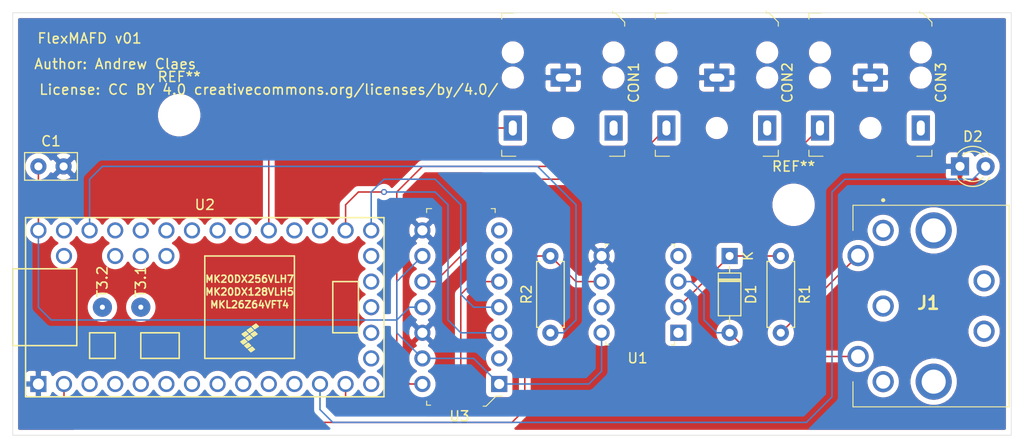
<source format=kicad_pcb>
(kicad_pcb (version 20171130) (host pcbnew "(5.1.8-0-10_14)")
  (layers (0 F.Cu signal) (31 B.Cu signal) (34 B.Paste user hide) (35 F.Paste user hide) (36 B.SilkS user) (37 F.SilkS user) (38 B.Mask user hide) (39 F.Mask user hide) (44 Edge.Cuts user))
  (net 0 "")
  (net 1 "Net-(C1-Pad1)")
  (net 2 Earth)
  (net 3 "Net-(CON1-Pad3)")
  (net 4 "Net-(CON1-Pad2)")
  (net 5 "Net-(CON2-Pad2)")
  (net 6 "Net-(CON2-Pad3)")
  (net 7 "Net-(CON3-Pad3)")
  (net 8 "Net-(CON3-Pad2)")
  (net 9 "Net-(D1-Pad1)")
  (net 10 "Net-(D1-Pad2)")
  (net 11 "Net-(D2-Pad2)")
  (net 12 "Net-(J1-Pad1)")
  (net 13 "Net-(J1-Pad2)")
  (net 14 "Net-(J1-Pad3)")
  (net 15 "Net-(J1-Pad4)")
  (net 16 "Net-(J1-Pad6)")
  (net 17 "Net-(J1-Pad7)")
  (net 18 "Net-(J1-PadMH1)")
  (net 19 "Net-(J1-PadMH2)")
  (net 20 "Net-(R2-Pad2)")
  (net 21 "Net-(R2-Pad1)")
  (net 22 "Net-(U1-Pad1)")
  (net 23 "Net-(U1-Pad4)")
  (net 24 "Net-(U1-Pad7)")
  (net 25 "Net-(U2-Pad17)")
  (net 26 "Net-(U2-Pad18)")
  (net 27 "Net-(U2-Pad19)")
  (net 28 "Net-(U2-Pad20)")
  (net 29 "Net-(U2-Pad16)")
  (net 30 "Net-(U2-Pad15)")
  (net 31 "Net-(U2-Pad14)")
  (net 32 "Net-(U2-Pad21)")
  (net 33 "Net-(U2-Pad22)")
  (net 34 "Net-(U2-Pad23)")
  (net 35 "Net-(U2-Pad25)")
  (net 36 "Net-(U2-Pad26)")
  (net 37 "Net-(U2-Pad27)")
  (net 38 "Net-(U2-Pad28)")
  (net 39 "Net-(U2-Pad29)")
  (net 40 "Net-(U2-Pad30)")
  (net 41 "Net-(U2-Pad32)")
  (net 42 "Net-(U2-Pad34)")
  (net 43 "Net-(U2-Pad35)")
  (net 44 "Net-(U2-Pad36)")
  (net 45 "Net-(U2-Pad37)")
  (net 46 "Net-(U2-Pad13)")
  (net 47 "Net-(U2-Pad11)")
  (net 48 "Net-(U2-Pad10)")
  (net 49 "Net-(U2-Pad9)")
  (net 50 "Net-(U2-Pad8)")
  (net 51 "Net-(U2-Pad7)")
  (net 52 "Net-(U2-Pad6)")
  (net 53 "Net-(U2-Pad5)")
  (net 54 "Net-(U2-Pad4)")
  (net 55 "Net-(U2-Pad3)")
  (net 56 "Net-(U3-Pad2)")
  (net 57 "Net-(U3-Pad6)")
  (net 58 "Net-(U3-Pad7)")
  (module Capacitor_THT:C_Disc_D5.0mm_W2.5mm_P2.50mm (layer F.Cu) (at 29.21 59.69)
    (fp_text reference C1 (at 1.25 -2.5) (layer F.SilkS))
    (fp_text value 0.1uF)
    (fp_line (start -1.37 -1.37) (end 3.87 -1.37) (layer F.SilkS) (width 0.12))
    (fp_line (start -1.37 1.37) (end 3.87 1.37) (layer F.SilkS) (width 0.12))
    (fp_line (start -1.37 -1.37) (end -1.37 1.37) (layer F.SilkS) (width 0.12))
    (fp_line (start 3.87 -1.37) (end 3.87 1.37) (layer F.SilkS) (width 0.12))
    (pad 1 thru_hole circle (at 0 0) (size 1.6 1.6) (drill 0.8) (layers *.Cu *.Mask) (net 1 "Net-(C1-Pad1)"))
    (pad 2 thru_hole circle (at 2.5 0) (size 1.6 1.6) (drill 0.8) (layers *.Cu *.Mask) (net 2 Earth))
  )
  (module digikey-footprints:Headphone_Jack_3.5mm_SJ1-3523N (layer F.Cu) (at 81.28 55.88 270)
    (fp_text reference CON1 (at -4.5 -7 270) (layer F.SilkS))
    (fp_text value SJ1-3523N)
    (fp_line (start -10.8 6.1) (end -11.4 6.1) (layer F.SilkS) (width 0.1))
    (fp_line (start -11.4 6.1) (end -11.4 4.9) (layer F.SilkS) (width 0.1))
    (fp_line (start 2.2 6.1) (end 2.8 6.1) (layer F.SilkS) (width 0.1))
    (fp_line (start 2.8 6.1) (end 2.8 4.7) (layer F.SilkS) (width 0.1))
    (fp_line (start 2.2 -6.1) (end 2.8 -6.1) (layer F.SilkS) (width 0.1))
    (fp_line (start 2.8 -6.1) (end 2.8 -4.6) (layer F.SilkS) (width 0.1))
    (fp_line (start -10.1 -6.1) (end -10.5 -6.1) (layer F.SilkS) (width 0.1))
    (fp_line (start -10.5 -6.1) (end -11.4 -5.2) (layer F.SilkS) (width 0.1))
    (fp_line (start -11.4 -5.2) (end -11.4 -4.9) (layer F.SilkS) (width 0.1))
    (fp_line (start -11.4 -4.9) (end -11.6 -4.9) (layer F.SilkS) (width 0.1))
    (pad 3 thru_hole rect (at 0 -5 270) (size 2.5 1.8) (drill oval 1.5 0.8) (layers *.Cu *.Mask) (net 3 "Net-(CON1-Pad3)"))
    (pad 2 thru_hole rect (at 0 5 270) (size 2.5 1.8) (drill oval 1.5 0.8) (layers *.Cu *.Mask) (net 4 "Net-(CON1-Pad2)"))
    (pad 1 thru_hole rect (at -5 0 270) (size 1.8 2.5) (drill oval 0.8 1.5) (layers *.Cu *.Mask) (net 2 Earth))
    (pad "" np_thru_hole circle (at 0 0 270) (size 1.2 1.2) (drill 1.2) (layers *.Cu *.Mask))
    (pad "" np_thru_hole circle (at -5 -5 270) (size 1.2 1.2) (drill 1.2) (layers *.Cu *.Mask))
    (pad "" np_thru_hole circle (at -7.5 -5 270) (size 1.2 1.2) (drill 1.2) (layers *.Cu *.Mask))
    (pad "" np_thru_hole circle (at -5 5 270) (size 1.2 1.2) (drill 1.2) (layers *.Cu *.Mask))
    (pad "" np_thru_hole circle (at -7.5 5 270) (size 1.2 1.2) (drill 1.2) (layers *.Cu *.Mask))
  )
  (module digikey-footprints:Headphone_Jack_3.5mm_SJ1-3523N (layer F.Cu) (at 96.52 55.88 270)
    (fp_text reference CON2 (at -4.5 -7 270) (layer F.SilkS))
    (fp_text value SJ1-3523N)
    (fp_line (start -11.4 -4.9) (end -11.6 -4.9) (layer F.SilkS) (width 0.1))
    (fp_line (start -11.4 -5.2) (end -11.4 -4.9) (layer F.SilkS) (width 0.1))
    (fp_line (start -10.5 -6.1) (end -11.4 -5.2) (layer F.SilkS) (width 0.1))
    (fp_line (start -10.1 -6.1) (end -10.5 -6.1) (layer F.SilkS) (width 0.1))
    (fp_line (start 2.8 -6.1) (end 2.8 -4.6) (layer F.SilkS) (width 0.1))
    (fp_line (start 2.2 -6.1) (end 2.8 -6.1) (layer F.SilkS) (width 0.1))
    (fp_line (start 2.8 6.1) (end 2.8 4.7) (layer F.SilkS) (width 0.1))
    (fp_line (start 2.2 6.1) (end 2.8 6.1) (layer F.SilkS) (width 0.1))
    (fp_line (start -11.4 6.1) (end -11.4 4.9) (layer F.SilkS) (width 0.1))
    (fp_line (start -10.8 6.1) (end -11.4 6.1) (layer F.SilkS) (width 0.1))
    (pad "" np_thru_hole circle (at -7.5 5 270) (size 1.2 1.2) (drill 1.2) (layers *.Cu *.Mask))
    (pad "" np_thru_hole circle (at -5 5 270) (size 1.2 1.2) (drill 1.2) (layers *.Cu *.Mask))
    (pad "" np_thru_hole circle (at -7.5 -5 270) (size 1.2 1.2) (drill 1.2) (layers *.Cu *.Mask))
    (pad "" np_thru_hole circle (at -5 -5 270) (size 1.2 1.2) (drill 1.2) (layers *.Cu *.Mask))
    (pad "" np_thru_hole circle (at 0 0 270) (size 1.2 1.2) (drill 1.2) (layers *.Cu *.Mask))
    (pad 1 thru_hole rect (at -5 0 270) (size 1.8 2.5) (drill oval 0.8 1.5) (layers *.Cu *.Mask) (net 2 Earth))
    (pad 2 thru_hole rect (at 0 5 270) (size 2.5 1.8) (drill oval 1.5 0.8) (layers *.Cu *.Mask) (net 5 "Net-(CON2-Pad2)"))
    (pad 3 thru_hole rect (at 0 -5 270) (size 2.5 1.8) (drill oval 1.5 0.8) (layers *.Cu *.Mask) (net 6 "Net-(CON2-Pad3)"))
  )
  (module digikey-footprints:Headphone_Jack_3.5mm_SJ1-3523N (layer F.Cu) (at 111.76 55.88 270)
    (fp_text reference CON3 (at -4.5 -7 270) (layer F.SilkS))
    (fp_text value SJ1-3523N)
    (fp_line (start -10.8 6.1) (end -11.4 6.1) (layer F.SilkS) (width 0.1))
    (fp_line (start -11.4 6.1) (end -11.4 4.9) (layer F.SilkS) (width 0.1))
    (fp_line (start 2.2 6.1) (end 2.8 6.1) (layer F.SilkS) (width 0.1))
    (fp_line (start 2.8 6.1) (end 2.8 4.7) (layer F.SilkS) (width 0.1))
    (fp_line (start 2.2 -6.1) (end 2.8 -6.1) (layer F.SilkS) (width 0.1))
    (fp_line (start 2.8 -6.1) (end 2.8 -4.6) (layer F.SilkS) (width 0.1))
    (fp_line (start -10.1 -6.1) (end -10.5 -6.1) (layer F.SilkS) (width 0.1))
    (fp_line (start -10.5 -6.1) (end -11.4 -5.2) (layer F.SilkS) (width 0.1))
    (fp_line (start -11.4 -5.2) (end -11.4 -4.9) (layer F.SilkS) (width 0.1))
    (fp_line (start -11.4 -4.9) (end -11.6 -4.9) (layer F.SilkS) (width 0.1))
    (pad 3 thru_hole rect (at 0 -5 270) (size 2.5 1.8) (drill oval 1.5 0.8) (layers *.Cu *.Mask) (net 7 "Net-(CON3-Pad3)"))
    (pad 2 thru_hole rect (at 0 5 270) (size 2.5 1.8) (drill oval 1.5 0.8) (layers *.Cu *.Mask) (net 8 "Net-(CON3-Pad2)"))
    (pad 1 thru_hole rect (at -5 0 270) (size 1.8 2.5) (drill oval 0.8 1.5) (layers *.Cu *.Mask) (net 2 Earth))
    (pad "" np_thru_hole circle (at 0 0 270) (size 1.2 1.2) (drill 1.2) (layers *.Cu *.Mask))
    (pad "" np_thru_hole circle (at -5 -5 270) (size 1.2 1.2) (drill 1.2) (layers *.Cu *.Mask))
    (pad "" np_thru_hole circle (at -7.5 -5 270) (size 1.2 1.2) (drill 1.2) (layers *.Cu *.Mask))
    (pad "" np_thru_hole circle (at -5 5 270) (size 1.2 1.2) (drill 1.2) (layers *.Cu *.Mask))
    (pad "" np_thru_hole circle (at -7.5 5 270) (size 1.2 1.2) (drill 1.2) (layers *.Cu *.Mask))
  )
  (module Diode_THT:D_DO-35_SOD27_P7.62mm_Horizontal (layer F.Cu) (at 97.79 68.58 270)
    (fp_text reference D1 (at 3.81 -2.12 270) (layer F.SilkS))
    (fp_text value 1N4148)
    (fp_line (start 1.69 -1.12) (end 1.69 1.12) (layer F.SilkS) (width 0.12))
    (fp_line (start 1.69 1.12) (end 5.93 1.12) (layer F.SilkS) (width 0.12))
    (fp_line (start 5.93 1.12) (end 5.93 -1.12) (layer F.SilkS) (width 0.12))
    (fp_line (start 5.93 -1.12) (end 1.69 -1.12) (layer F.SilkS) (width 0.12))
    (fp_line (start 1.04 0) (end 1.69 0) (layer F.SilkS) (width 0.12))
    (fp_line (start 6.58 0) (end 5.93 0) (layer F.SilkS) (width 0.12))
    (fp_line (start 2.41 -1.12) (end 2.41 1.12) (layer F.SilkS) (width 0.12))
    (fp_line (start 2.53 -1.12) (end 2.53 1.12) (layer F.SilkS) (width 0.12))
    (fp_line (start 2.29 -1.12) (end 2.29 1.12) (layer F.SilkS) (width 0.12))
    (fp_text user K (at 0 -1.8 270) (layer F.SilkS))
    (pad 1 thru_hole rect (at 0 0 270) (size 1.6 1.6) (drill 0.8) (layers *.Cu *.Mask) (net 9 "Net-(D1-Pad1)"))
    (pad 2 thru_hole oval (at 7.62 0 270) (size 1.6 1.6) (drill 0.8) (layers *.Cu *.Mask) (net 10 "Net-(D1-Pad2)"))
  )
  (module LED_THT:LED_D3.0mm (layer F.Cu) (at 120.65 59.69)
    (fp_text reference D2 (at 1.27 -2.96) (layer F.SilkS))
    (fp_text value LED)
    (fp_line (start -0.29 -1.236) (end -0.29 -1.08) (layer F.SilkS) (width 0.12))
    (fp_line (start -0.29 1.08) (end -0.29 1.236) (layer F.SilkS) (width 0.12))
    (fp_arc (start 1.27 0) (end -0.29 -1.235516) (angle 108.8) (layer F.SilkS) (width 0.12))
    (fp_arc (start 1.27 0) (end -0.29 1.235516) (angle -108.8) (layer F.SilkS) (width 0.12))
    (fp_arc (start 1.27 0) (end 0.229039 -1.08) (angle 87.9) (layer F.SilkS) (width 0.12))
    (fp_arc (start 1.27 0) (end 0.229039 1.08) (angle -87.9) (layer F.SilkS) (width 0.12))
    (pad 1 thru_hole rect (at 0 0) (size 1.8 1.8) (drill 0.9) (layers *.Cu *.Mask) (net 2 Earth))
    (pad 2 thru_hole circle (at 2.54 0) (size 1.8 1.8) (drill 0.9) (layers *.Cu *.Mask) (net 11 "Net-(D2-Pad2)"))
  )
  (module componentsearchengine:57PC5F (layer F.Cu) (at 113.03 66.04 180)
    (fp_text reference J1 (at -4.48 -7.202 180) (layer F.SilkS) (effects (font (size 1.27 1.27) (thickness 0.254))))
    (fp_text value 57PC5F hide)
    (fp_line (start 3 -15.01) (end 3 -17.505) (layer F.SilkS) (width 0.1))
    (fp_line (start 3 -17.505) (end -12.5 -17.505) (layer F.SilkS) (width 0.1))
    (fp_line (start -12.5 -17.505) (end -12.5 2.495) (layer F.SilkS) (width 0.1))
    (fp_line (start -12.5 2.495) (end 3 2.495) (layer F.SilkS) (width 0.1))
    (fp_line (start 3 2.495) (end 3 -0.005) (layer F.SilkS) (width 0.1))
    (fp_line (start -0.1 3) (end -0.1 3) (layer F.SilkS) (width 0.2))
    (fp_line (start 0.1 3) (end 0.1 3) (layer F.SilkS) (width 0.2))
    (fp_arc (start 0 3) (end -0.1 3) (angle 180) (layer F.SilkS) (width 0.2))
    (fp_arc (start 0 3) (end 0.1 3) (angle 180) (layer F.SilkS) (width 0.2))
    (pad 1 thru_hole circle (at 0 0 180) (size 2.1 2.1) (drill 1.4) (layers *.Cu *.Mask) (net 12 "Net-(J1-Pad1)"))
    (pad 2 thru_hole circle (at 0 -7.505 180) (size 2.1 2.1) (drill 1.4) (layers *.Cu *.Mask) (net 13 "Net-(J1-Pad2)"))
    (pad 3 thru_hole circle (at 0 -15.01 180) (size 2.1 2.1) (drill 1.4) (layers *.Cu *.Mask) (net 14 "Net-(J1-Pad3)"))
    (pad 4 thru_hole circle (at 2.49 -2.5 180) (size 2.1 2.1) (drill 1.4) (layers *.Cu *.Mask) (net 15 "Net-(J1-Pad4)"))
    (pad 5 thru_hole circle (at 2.49 -12.51 180) (size 2.1 2.1) (drill 1.4) (layers *.Cu *.Mask) (net 10 "Net-(D1-Pad2)"))
    (pad 6 thru_hole circle (at -10.01 -5.005 180) (size 2.1 2.1) (drill 1.4) (layers *.Cu *.Mask) (net 16 "Net-(J1-Pad6)"))
    (pad 7 thru_hole circle (at -10.01 -10.005 180) (size 2.1 2.1) (drill 1.4) (layers *.Cu *.Mask) (net 17 "Net-(J1-Pad7)"))
    (pad MH1 thru_hole circle (at -5.01 0 180) (size 3.585 3.585) (drill 2.39) (layers *.Cu *.Mask) (net 18 "Net-(J1-PadMH1)"))
    (pad MH2 thru_hole circle (at -5.01 -15.01 180) (size 3.585 3.585) (drill 2.39) (layers *.Cu *.Mask) (net 19 "Net-(J1-PadMH2)"))
  )
  (module Resistor_THT:R_Axial_DIN0207_L6.3mm_D2.5mm_P7.62mm_Horizontal (layer F.Cu) (at 102.87 68.58 270)
    (fp_text reference R1 (at 3.81 -2.37 270) (layer F.SilkS))
    (fp_text value 220)
    (fp_line (start 0.54 -1.04) (end 0.54 -1.37) (layer F.SilkS) (width 0.12))
    (fp_line (start 0.54 -1.37) (end 7.08 -1.37) (layer F.SilkS) (width 0.12))
    (fp_line (start 7.08 -1.37) (end 7.08 -1.04) (layer F.SilkS) (width 0.12))
    (fp_line (start 0.54 1.04) (end 0.54 1.37) (layer F.SilkS) (width 0.12))
    (fp_line (start 0.54 1.37) (end 7.08 1.37) (layer F.SilkS) (width 0.12))
    (fp_line (start 7.08 1.37) (end 7.08 1.04) (layer F.SilkS) (width 0.12))
    (pad 1 thru_hole circle (at 0 0 270) (size 1.6 1.6) (drill 0.8) (layers *.Cu *.Mask) (net 9 "Net-(D1-Pad1)"))
    (pad 2 thru_hole oval (at 7.62 0 270) (size 1.6 1.6) (drill 0.8) (layers *.Cu *.Mask) (net 15 "Net-(J1-Pad4)"))
  )
  (module Resistor_THT:R_Axial_DIN0207_L6.3mm_D2.5mm_P7.62mm_Horizontal (layer F.Cu) (at 80.01 76.2 90)
    (fp_text reference R2 (at 3.81 -2.37 90) (layer F.SilkS))
    (fp_text value 470)
    (fp_line (start 7.08 1.37) (end 7.08 1.04) (layer F.SilkS) (width 0.12))
    (fp_line (start 0.54 1.37) (end 7.08 1.37) (layer F.SilkS) (width 0.12))
    (fp_line (start 0.54 1.04) (end 0.54 1.37) (layer F.SilkS) (width 0.12))
    (fp_line (start 7.08 -1.37) (end 7.08 -1.04) (layer F.SilkS) (width 0.12))
    (fp_line (start 0.54 -1.37) (end 7.08 -1.37) (layer F.SilkS) (width 0.12))
    (fp_line (start 0.54 -1.04) (end 0.54 -1.37) (layer F.SilkS) (width 0.12))
    (pad 2 thru_hole oval (at 7.62 0 90) (size 1.6 1.6) (drill 0.8) (layers *.Cu *.Mask) (net 20 "Net-(R2-Pad2)"))
    (pad 1 thru_hole circle (at 0 0 90) (size 1.6 1.6) (drill 0.8) (layers *.Cu *.Mask) (net 21 "Net-(R2-Pad1)"))
  )
  (module digikey-footprints:DIP-8_W7.62mm (layer F.Cu) (at 92.71 76.2 180)
    (fp_text reference U1 (at 4.05 -2.52 180) (layer F.SilkS))
    (fp_text value 6N138)
    (fp_line (start 0.4 -0.9) (end 0.4 -1.2) (layer F.SilkS) (width 0.1))
    (fp_line (start 0.4 -1.2) (end 0.7 -1.2) (layer F.SilkS) (width 0.1))
    (fp_line (start 7.2 -0.9) (end 7.2 -1.2) (layer F.SilkS) (width 0.1))
    (fp_line (start 7.2 -1.2) (end 6.9 -1.2) (layer F.SilkS) (width 0.1))
    (fp_line (start 7.2 8.5) (end 7.2 8.8) (layer F.SilkS) (width 0.1))
    (fp_line (start 7.2 8.8) (end 6.9 8.8) (layer F.SilkS) (width 0.1))
    (fp_line (start 0.4 8.5) (end 0.4 8.8) (layer F.SilkS) (width 0.1))
    (fp_line (start 0.4 8.8) (end 0.7 8.8) (layer F.SilkS) (width 0.1))
    (pad 1 thru_hole rect (at 0 0 180) (size 1.6 1.6) (drill 1) (layers *.Cu *.Mask) (net 22 "Net-(U1-Pad1)"))
    (pad 2 thru_hole circle (at 0 2.54 180) (size 1.6 1.6) (drill 1) (layers *.Cu *.Mask) (net 9 "Net-(D1-Pad1)"))
    (pad 3 thru_hole circle (at 0 5.08 180) (size 1.6 1.6) (drill 1) (layers *.Cu *.Mask) (net 10 "Net-(D1-Pad2)"))
    (pad 4 thru_hole circle (at 0 7.62 180) (size 1.6 1.6) (drill 1) (layers *.Cu *.Mask) (net 23 "Net-(U1-Pad4)"))
    (pad 5 thru_hole circle (at 7.62 7.62 180) (size 1.6 1.6) (drill 1) (layers *.Cu *.Mask) (net 2 Earth))
    (pad 6 thru_hole circle (at 7.62 5.08 180) (size 1.6 1.6) (drill 1) (layers *.Cu *.Mask) (net 20 "Net-(R2-Pad2)"))
    (pad 7 thru_hole circle (at 7.62 2.54 180) (size 1.6 1.6) (drill 1) (layers *.Cu *.Mask) (net 24 "Net-(U1-Pad7)"))
    (pad 8 thru_hole circle (at 7.62 0 180) (size 1.6 1.6) (drill 1) (layers *.Cu *.Mask) (net 1 "Net-(C1-Pad1)"))
  )
  (module teensy:Teensy30_31_32_LC (layer F.Cu) (at 45.72 73.66)
    (fp_text reference U2 (at 0 -10.16) (layer F.SilkS))
    (fp_text value Teensy-LC)
    (fp_line (start -17.78 3.81) (end -19.05 3.81) (layer F.SilkS) (width 0.15))
    (fp_line (start -19.05 3.81) (end -19.05 -3.81) (layer F.SilkS) (width 0.15))
    (fp_line (start -19.05 -3.81) (end -17.78 -3.81) (layer F.SilkS) (width 0.15))
    (fp_line (start -6.35 5.08) (end -2.54 5.08) (layer F.SilkS) (width 0.15))
    (fp_line (start -2.54 5.08) (end -2.54 2.54) (layer F.SilkS) (width 0.15))
    (fp_line (start -2.54 2.54) (end -6.35 2.54) (layer F.SilkS) (width 0.15))
    (fp_line (start -6.35 2.54) (end -6.35 5.08) (layer F.SilkS) (width 0.15))
    (fp_line (start -12.7 3.81) (end -12.7 -3.81) (layer F.SilkS) (width 0.15))
    (fp_line (start -12.7 -3.81) (end -17.78 -3.81) (layer F.SilkS) (width 0.15))
    (fp_line (start -12.7 3.81) (end -17.78 3.81) (layer F.SilkS) (width 0.15))
    (fp_line (start -11.43 5.08) (end -8.89 5.08) (layer F.SilkS) (width 0.15))
    (fp_line (start -8.89 5.08) (end -8.89 2.54) (layer F.SilkS) (width 0.15))
    (fp_line (start -8.89 2.54) (end -11.43 2.54) (layer F.SilkS) (width 0.15))
    (fp_line (start -11.43 2.54) (end -11.43 5.08) (layer F.SilkS) (width 0.15))
    (fp_line (start 15.24 -2.54) (end 15.24 2.54) (layer F.SilkS) (width 0.15))
    (fp_line (start 15.24 2.54) (end 12.7 2.54) (layer F.SilkS) (width 0.15))
    (fp_line (start 12.7 2.54) (end 12.7 -2.54) (layer F.SilkS) (width 0.15))
    (fp_line (start 12.7 -2.54) (end 15.24 -2.54) (layer F.SilkS) (width 0.15))
    (fp_line (start 8.89 5.08) (end 8.89 -5.08) (layer F.SilkS) (width 0.15))
    (fp_line (start 0 -5.08) (end 0 5.08) (layer F.SilkS) (width 0.15))
    (fp_line (start 8.89 -5.08) (end 0 -5.08) (layer F.SilkS) (width 0.15))
    (fp_line (start 8.89 5.08) (end 0 5.08) (layer F.SilkS) (width 0.15))
    (fp_line (start -17.78 -8.89) (end 17.78 -8.89) (layer F.SilkS) (width 0.15))
    (fp_line (start 17.78 -8.89) (end 17.78 8.89) (layer F.SilkS) (width 0.15))
    (fp_line (start 17.78 8.89) (end -17.78 8.89) (layer F.SilkS) (width 0.15))
    (fp_line (start -17.78 8.89) (end -17.78 -8.89) (layer F.SilkS) (width 0.15))
    (fp_poly (pts (xy 3.937 2.921) (xy 3.683 2.667) (xy 4.064 2.413) (xy 4.318 2.667)) (layer F.SilkS) (width 0.1))
    (fp_poly (pts (xy 4.318 3.302) (xy 4.064 3.048) (xy 4.445 2.794) (xy 4.699 3.048)) (layer F.SilkS) (width 0.1))
    (fp_poly (pts (xy 4.953 2.159) (xy 4.699 1.905) (xy 5.08 1.651) (xy 5.334 1.905)) (layer F.SilkS) (width 0.1))
    (fp_poly (pts (xy 4.191 4.064) (xy 3.937 3.81) (xy 4.318 3.556) (xy 4.572 3.81)) (layer F.SilkS) (width 0.1))
    (fp_poly (pts (xy 4.445 2.54) (xy 4.191 2.286) (xy 4.572 2.032) (xy 4.826 2.286)) (layer F.SilkS) (width 0.1))
    (fp_poly (pts (xy 4.572 4.445) (xy 4.318 4.191) (xy 4.699 3.937) (xy 4.953 4.191)) (layer F.SilkS) (width 0.1))
    (fp_poly (pts (xy 3.81 3.683) (xy 3.556 3.429) (xy 3.937 3.175) (xy 4.191 3.429)) (layer F.SilkS) (width 0.1))
    (fp_poly (pts (xy 4.826 2.921) (xy 4.572 2.667) (xy 4.953 2.413) (xy 5.207 2.667)) (layer F.SilkS) (width 0.1))
    (fp_text user T3.2 (at -10.16 -2.54 90) (layer F.SilkS))
    (fp_text user T3.1 (at -6.35 -2.54 90) (layer F.SilkS))
    (fp_text user MK20DX256VLH7 (at 4.445 -2.794) (layer F.SilkS) (effects (font (size 0.7 0.7))))
    (fp_text user MKL26Z64VFT4 (at 4.445 -0.254) (layer F.SilkS) (effects (font (size 0.7 0.7))))
    (fp_text user MK20DX128VLH5 (at 4.445 -1.524) (layer F.SilkS) (effects (font (size 0.7 0.7))))
    (pad 17 thru_hole circle (at 16.51 0) (size 1.6 1.6) (drill 1.1) (layers *.Cu *.Mask) (net 25 "Net-(U2-Pad17)"))
    (pad 18 thru_hole circle (at 16.51 -2.54) (size 1.6 1.6) (drill 1.1) (layers *.Cu *.Mask) (net 26 "Net-(U2-Pad18)"))
    (pad 19 thru_hole circle (at 16.51 -5.08) (size 1.6 1.6) (drill 1.1) (layers *.Cu *.Mask) (net 27 "Net-(U2-Pad19)"))
    (pad 20 thru_hole circle (at 16.51 -7.62) (size 1.6 1.6) (drill 1.1) (layers *.Cu *.Mask) (net 28 "Net-(U2-Pad20)"))
    (pad 16 thru_hole circle (at 16.51 2.54) (size 1.6 1.6) (drill 1.1) (layers *.Cu *.Mask) (net 29 "Net-(U2-Pad16)"))
    (pad 15 thru_hole circle (at 16.51 5.08) (size 1.6 1.6) (drill 1.1) (layers *.Cu *.Mask) (net 30 "Net-(U2-Pad15)"))
    (pad 14 thru_hole circle (at 16.51 7.62) (size 1.6 1.6) (drill 1.1) (layers *.Cu *.Mask) (net 31 "Net-(U2-Pad14)"))
    (pad 21 thru_hole circle (at 13.97 -7.62) (size 1.6 1.6) (drill 1.1) (layers *.Cu *.Mask) (net 32 "Net-(U2-Pad21)"))
    (pad 22 thru_hole circle (at 11.43 -7.62) (size 1.6 1.6) (drill 1.1) (layers *.Cu *.Mask) (net 33 "Net-(U2-Pad22)"))
    (pad 23 thru_hole circle (at 8.89 -7.62) (size 1.6 1.6) (drill 1.1) (layers *.Cu *.Mask) (net 34 "Net-(U2-Pad23)"))
    (pad 24 thru_hole circle (at 6.35 -7.62) (size 1.6 1.6) (drill 1.1) (layers *.Cu *.Mask) (net 4 "Net-(CON1-Pad2)"))
    (pad 25 thru_hole circle (at 3.81 -7.62) (size 1.6 1.6) (drill 1.1) (layers *.Cu *.Mask) (net 35 "Net-(U2-Pad25)"))
    (pad 26 thru_hole circle (at 1.27 -7.62) (size 1.6 1.6) (drill 1.1) (layers *.Cu *.Mask) (net 36 "Net-(U2-Pad26)"))
    (pad 27 thru_hole circle (at -1.27 -7.62) (size 1.6 1.6) (drill 1.1) (layers *.Cu *.Mask) (net 37 "Net-(U2-Pad27)"))
    (pad 28 thru_hole circle (at -3.81 -7.62) (size 1.6 1.6) (drill 1.1) (layers *.Cu *.Mask) (net 38 "Net-(U2-Pad28)"))
    (pad 29 thru_hole circle (at -6.35 -7.62) (size 1.6 1.6) (drill 1.1) (layers *.Cu *.Mask) (net 39 "Net-(U2-Pad29)"))
    (pad 30 thru_hole circle (at -8.89 -7.62) (size 1.6 1.6) (drill 1.1) (layers *.Cu *.Mask) (net 40 "Net-(U2-Pad30)"))
    (pad 31 thru_hole circle (at -11.43 -7.62) (size 1.6 1.6) (drill 1.1) (layers *.Cu *.Mask) (net 21 "Net-(R2-Pad1)"))
    (pad 32 thru_hole circle (at -13.97 -7.62) (size 1.6 1.6) (drill 1.1) (layers *.Cu *.Mask) (net 41 "Net-(U2-Pad32)"))
    (pad 33 thru_hole circle (at -16.51 -7.62) (size 1.6 1.6) (drill 1.1) (layers *.Cu *.Mask) (net 1 "Net-(C1-Pad1)"))
    (pad 34 thru_hole circle (at -13.97 -5.08) (size 1.6 1.6) (drill 1.1) (layers *.Cu *.Mask) (net 42 "Net-(U2-Pad34)"))
    (pad 35 thru_hole circle (at -8.89 -5.08) (size 1.6 1.6) (drill 1.1) (layers *.Cu *.Mask) (net 43 "Net-(U2-Pad35)"))
    (pad 36 thru_hole circle (at -6.35 -5.08) (size 1.6 1.6) (drill 1.1) (layers *.Cu *.Mask) (net 44 "Net-(U2-Pad36)"))
    (pad 37 thru_hole circle (at -3.81 -5.08) (size 1.6 1.6) (drill 1.1) (layers *.Cu *.Mask) (net 45 "Net-(U2-Pad37)"))
    (pad 13 thru_hole circle (at 13.97 7.62) (size 1.6 1.6) (drill 1.1) (layers *.Cu *.Mask) (net 46 "Net-(U2-Pad13)"))
    (pad 12 thru_hole circle (at 11.43 7.62) (size 1.6 1.6) (drill 1.1) (layers *.Cu *.Mask) (net 11 "Net-(D2-Pad2)"))
    (pad 11 thru_hole circle (at 8.89 7.62) (size 1.6 1.6) (drill 1.1) (layers *.Cu *.Mask) (net 47 "Net-(U2-Pad11)"))
    (pad 10 thru_hole circle (at 6.35 7.62) (size 1.6 1.6) (drill 1.1) (layers *.Cu *.Mask) (net 48 "Net-(U2-Pad10)"))
    (pad 9 thru_hole circle (at 3.81 7.62) (size 1.6 1.6) (drill 1.1) (layers *.Cu *.Mask) (net 49 "Net-(U2-Pad9)"))
    (pad 8 thru_hole circle (at 1.27 7.62) (size 1.6 1.6) (drill 1.1) (layers *.Cu *.Mask) (net 50 "Net-(U2-Pad8)"))
    (pad 7 thru_hole circle (at -1.27 7.62) (size 1.6 1.6) (drill 1.1) (layers *.Cu *.Mask) (net 51 "Net-(U2-Pad7)"))
    (pad 6 thru_hole circle (at -3.81 7.62) (size 1.6 1.6) (drill 1.1) (layers *.Cu *.Mask) (net 52 "Net-(U2-Pad6)"))
    (pad 5 thru_hole circle (at -6.35 7.62) (size 1.6 1.6) (drill 1.1) (layers *.Cu *.Mask) (net 53 "Net-(U2-Pad5)"))
    (pad 4 thru_hole circle (at -8.89 7.62) (size 1.6 1.6) (drill 1.1) (layers *.Cu *.Mask) (net 54 "Net-(U2-Pad4)"))
    (pad 3 thru_hole circle (at -11.43 7.62) (size 1.6 1.6) (drill 1.1) (layers *.Cu *.Mask) (net 55 "Net-(U2-Pad3)"))
    (pad 2 thru_hole circle (at -13.97 7.62) (size 1.6 1.6) (drill 1.1) (layers *.Cu *.Mask) (net 20 "Net-(R2-Pad2)"))
    (pad 1 thru_hole rect (at -16.51 7.62) (size 1.6 1.6) (drill 1.1) (layers *.Cu *.Mask) (net 2 Earth))
    (pad 52 thru_hole circle (at -6.35 0) (size 1.9 1.9) (drill 0.5) (layers *.Cu *.Mask))
    (pad 52 thru_hole circle (at -10.16 0) (size 1.9 1.9) (drill 0.5) (layers *.Cu *.Mask))
  )
  (module digikey-footprints:DIP-14_W3mm (layer F.Cu) (at 74.93 81.28 180)
    (fp_text reference U3 (at 3.94 -3.2 180) (layer F.SilkS))
    (fp_text value MCP4902)
    (fp_line (start -0.08 -1.2) (end -0.33 -1.2) (layer F.SilkS) (width 0.1))
    (fp_line (start 0.3 -1.2) (end -0.07 -1.2) (layer F.SilkS) (width 0.1))
    (fp_line (start 1.6 -2.2) (end 1.3 -2.2) (layer F.SilkS) (width 0.1))
    (fp_line (start 1.3 -2.2) (end 0.3 -1.2) (layer F.SilkS) (width 0.1))
    (fp_line (start 7.2 -1.7) (end 7.2 -2.1) (layer F.SilkS) (width 0.1))
    (fp_line (start 7.2 -2.1) (end 6.8 -2.1) (layer F.SilkS) (width 0.1))
    (fp_line (start 6.7 17.4) (end 7.2 17.4) (layer F.SilkS) (width 0.1))
    (fp_line (start 7.2 17.4) (end 7.2 17) (layer F.SilkS) (width 0.1))
    (fp_line (start 0.4 17) (end 0.4 17.4) (layer F.SilkS) (width 0.1))
    (fp_line (start 0.4 17.4) (end 0.8 17.4) (layer F.SilkS) (width 0.1))
    (pad 1 thru_hole rect (at 0 0 180) (size 1.6 1.6) (drill 1) (layers *.Cu *.Mask) (net 1 "Net-(C1-Pad1)"))
    (pad 2 thru_hole circle (at 0 2.54 180) (size 1.6 1.6) (drill 1) (layers *.Cu *.Mask) (net 56 "Net-(U3-Pad2)"))
    (pad 3 thru_hole circle (at 0 5.08 180) (size 1.6 1.6) (drill 1) (layers *.Cu *.Mask) (net 32 "Net-(U2-Pad21)"))
    (pad 4 thru_hole circle (at 0 7.62 180) (size 1.6 1.6) (drill 1) (layers *.Cu *.Mask) (net 28 "Net-(U2-Pad20)"))
    (pad 5 thru_hole circle (at 0 10.16 180) (size 1.6 1.6) (drill 1) (layers *.Cu *.Mask) (net 46 "Net-(U2-Pad13)"))
    (pad 6 thru_hole circle (at 0 12.7 180) (size 1.6 1.6) (drill 1) (layers *.Cu *.Mask) (net 57 "Net-(U3-Pad6)"))
    (pad 7 thru_hole circle (at 0 15.24 180) (size 1.6 1.6) (drill 1) (layers *.Cu *.Mask) (net 58 "Net-(U3-Pad7)"))
    (pad 8 thru_hole circle (at 7.62 15.24 180) (size 1.6 1.6) (drill 1) (layers *.Cu *.Mask) (net 2 Earth))
    (pad 9 thru_hole circle (at 7.62 12.7 180) (size 1.6 1.6) (drill 1) (layers *.Cu *.Mask) (net 1 "Net-(C1-Pad1)"))
    (pad 10 thru_hole circle (at 7.62 10.16 180) (size 1.6 1.6) (drill 1) (layers *.Cu *.Mask) (net 8 "Net-(CON3-Pad2)"))
    (pad 11 thru_hole circle (at 7.62 7.62 180) (size 1.6 1.6) (drill 1) (layers *.Cu *.Mask) (net 1 "Net-(C1-Pad1)"))
    (pad 12 thru_hole circle (at 7.62 5.08 180) (size 1.6 1.6) (drill 1) (layers *.Cu *.Mask) (net 2 Earth))
    (pad 13 thru_hole circle (at 7.62 2.54 180) (size 1.6 1.6) (drill 1) (layers *.Cu *.Mask) (net 1 "Net-(C1-Pad1)"))
    (pad 14 thru_hole circle (at 7.62 0 180) (size 1.6 1.6) (drill 1) (layers *.Cu *.Mask) (net 5 "Net-(CON2-Pad2)"))
  )
  (module MountingHole:MountingHole_3.2mm_M3_DIN965 (layer F.Cu) (at 104.14 63.5)
    (fp_text reference REF** (at 0 -3.8) (layer F.SilkS))
    (fp_text value MountingHole_3.2mm_M3_DIN965)
    (pad 1 np_thru_hole circle (at 0 0) (size 3.2 3.2) (drill 3.2) (layers *.Cu *.Mask))
  )
  (module MountingHole:MountingHole_3.2mm_M3_DIN965 (layer F.Cu) (at 43.18 54.61)
    (fp_text reference REF** (at 0 -3.8) (layer F.SilkS))
    (fp_text value MountingHole_3.2mm_M3_DIN965)
    (pad 1 np_thru_hole circle (at 0 0) (size 3.2 3.2) (drill 3.2) (layers *.Cu *.Mask))
  )
  (gr_text "License: CC BY 4.0 creativecommons.org/licenses/by/4.0/" (at 52.07 52.07) (layer F.SilkS) (effects (font (size 1 1))))
  (gr_text "Author: Andrew Claes" (at 36.83 49.53) (layer F.SilkS) (effects (font (size 1 1))))
  (gr_text "FlexMAFD v01" (at 34.29 46.99) (layer F.SilkS) (effects (font (size 1 1))))
  (gr_line (start 26.67 86.36) (end 125.73 86.36) (angle 90) (layer Edge.Cuts) (width 0.05))
  (gr_line (start 26.67 44.45) (end 26.67 86.36) (angle 90) (layer Edge.Cuts) (width 0.05))
  (gr_line (start 125.73 44.45) (end 26.67 44.45) (angle 90) (layer Edge.Cuts) (width 0.05))
  (gr_line (start 125.73 86.36) (end 125.73 44.45) (angle 90) (layer Edge.Cuts) (width 0.05))
  (segment (start 29.21 66.04) (end 29.21 59.69) (width 0.15) (layer F.Cu) (net 1))
  (segment (start 29.21 66.04) (end 29.21 73.66) (width 0.15) (layer B.Cu) (net 1))
  (segment (start 66.04 73.66) (end 67.31 73.66) (width 0.15) (layer B.Cu) (net 1))
  (segment (start 64.77 74.93) (end 66.04 73.66) (width 0.15) (layer B.Cu) (net 1))
  (segment (start 30.48 74.93) (end 64.77 74.93) (width 0.15) (layer B.Cu) (net 1))
  (segment (start 29.21 73.66) (end 30.48 74.93) (width 0.15) (layer B.Cu) (net 1))
  (segment (start 64.77 74.93) (end 64.77 76.2) (width 0.15) (layer B.Cu) (net 1))
  (segment (start 64.77 76.2) (end 67.31 78.74) (width 0.15) (layer B.Cu) (net 1))
  (segment (start 67.31 78.74) (end 72.39 78.74) (width 0.15) (layer B.Cu) (net 1))
  (segment (start 72.39 78.74) (end 74.93 81.28) (width 0.15) (layer B.Cu) (net 1))
  (segment (start 64.77 74.93) (end 64.77 71.12) (width 0.15) (layer B.Cu) (net 1))
  (segment (start 64.77 71.12) (end 67.31 68.58) (width 0.15) (layer B.Cu) (net 1))
  (segment (start 74.93 81.28) (end 83.82 81.28) (width 0.15) (layer B.Cu) (net 1))
  (segment (start 85.09 80.01) (end 85.09 76.2) (width 0.15) (layer B.Cu) (net 1))
  (segment (start 83.82 81.28) (end 85.09 80.01) (width 0.15) (layer B.Cu) (net 1))
  (segment (start 52.07 66.04) (end 52.07 57.15) (width 0.15) (layer F.Cu) (net 4))
  (segment (start 53.34 55.88) (end 76.28 55.88) (width 0.15) (layer F.Cu) (net 4))
  (segment (start 52.07 57.15) (end 53.34 55.88) (width 0.15) (layer F.Cu) (net 4))
  (segment (start 67.31 81.28) (end 66.04 81.28) (width 0.15) (layer F.Cu) (net 5))
  (segment (start 87.71 59.69) (end 91.52 55.88) (width 0.15) (layer F.Cu) (net 5))
  (segment (start 67.31 59.69) (end 87.71 59.69) (width 0.15) (layer F.Cu) (net 5))
  (segment (start 64.77 62.23) (end 67.31 59.69) (width 0.15) (layer F.Cu) (net 5))
  (segment (start 64.77 80.01) (end 64.77 62.23) (width 0.15) (layer F.Cu) (net 5))
  (segment (start 66.04 81.28) (end 64.77 80.01) (width 0.15) (layer F.Cu) (net 5))
  (segment (start 67.31 71.12) (end 68.58 71.12) (width 0.15) (layer F.Cu) (net 8))
  (segment (start 101.68 60.96) (end 106.76 55.88) (width 0.15) (layer F.Cu) (net 8))
  (segment (start 73.66 60.96) (end 101.68 60.96) (width 0.15) (layer F.Cu) (net 8))
  (segment (start 72.39 62.23) (end 73.66 60.96) (width 0.15) (layer F.Cu) (net 8))
  (segment (start 72.39 67.31) (end 72.39 62.23) (width 0.15) (layer F.Cu) (net 8))
  (segment (start 68.58 71.12) (end 72.39 67.31) (width 0.15) (layer F.Cu) (net 8))
  (segment (start 102.87 68.58) (end 97.79 68.58) (width 0.15) (layer F.Cu) (net 9))
  (segment (start 97.79 68.58) (end 92.71 73.66) (width 0.15) (layer F.Cu) (net 9))
  (segment (start 110.54 78.55) (end 100.14 78.55) (width 0.15) (layer F.Cu) (net 10))
  (segment (start 100.14 78.55) (end 97.79 76.2) (width 0.15) (layer F.Cu) (net 10))
  (segment (start 97.79 76.2) (end 96.52 76.2) (width 0.15) (layer B.Cu) (net 10))
  (segment (start 93.98 71.12) (end 92.71 71.12) (width 0.15) (layer B.Cu) (net 10))
  (segment (start 95.25 72.39) (end 93.98 71.12) (width 0.15) (layer B.Cu) (net 10))
  (segment (start 95.25 74.93) (end 95.25 72.39) (width 0.15) (layer B.Cu) (net 10))
  (segment (start 96.52 76.2) (end 95.25 74.93) (width 0.15) (layer B.Cu) (net 10))
  (segment (start 123.19 59.69) (end 121.92 60.96) (width 0.15) (layer B.Cu) (net 11))
  (segment (start 57.15 83.82) (end 57.15 81.28) (width 0.15) (layer B.Cu) (net 11))
  (segment (start 58.42 85.09) (end 57.15 83.82) (width 0.15) (layer B.Cu) (net 11))
  (segment (start 105.41 85.09) (end 58.42 85.09) (width 0.15) (layer B.Cu) (net 11))
  (segment (start 107.95 82.55) (end 105.41 85.09) (width 0.15) (layer B.Cu) (net 11))
  (segment (start 107.95 62.23) (end 107.95 82.55) (width 0.15) (layer B.Cu) (net 11))
  (segment (start 109.22 60.96) (end 107.95 62.23) (width 0.15) (layer B.Cu) (net 11))
  (segment (start 121.92 60.96) (end 109.22 60.96) (width 0.15) (layer B.Cu) (net 11))
  (segment (start 110.54 68.54) (end 110.53 68.54) (width 0.15) (layer F.Cu) (net 15))
  (segment (start 110.53 68.54) (end 102.87 76.2) (width 0.15) (layer F.Cu) (net 15))
  (segment (start 85.09 71.12) (end 82.55 71.12) (width 0.15) (layer F.Cu) (net 20))
  (segment (start 82.55 71.12) (end 80.01 68.58) (width 0.15) (layer F.Cu) (net 20))
  (segment (start 80.01 68.58) (end 78.74 68.58) (width 0.15) (layer F.Cu) (net 20))
  (segment (start 31.75 83.82) (end 31.75 81.28) (width 0.15) (layer F.Cu) (net 20))
  (segment (start 33.02 85.09) (end 31.75 83.82) (width 0.15) (layer F.Cu) (net 20))
  (segment (start 76.2 85.09) (end 33.02 85.09) (width 0.15) (layer F.Cu) (net 20))
  (segment (start 77.47 83.82) (end 76.2 85.09) (width 0.15) (layer F.Cu) (net 20))
  (segment (start 77.47 69.85) (end 77.47 83.82) (width 0.15) (layer F.Cu) (net 20))
  (segment (start 78.74 68.58) (end 77.47 69.85) (width 0.15) (layer F.Cu) (net 20))
  (segment (start 80.01 76.2) (end 81.28 76.2) (width 0.15) (layer B.Cu) (net 21))
  (segment (start 34.29 60.96) (end 34.29 66.04) (width 0.15) (layer B.Cu) (net 21))
  (segment (start 35.56 59.69) (end 34.29 60.96) (width 0.15) (layer B.Cu) (net 21))
  (segment (start 78.74 59.69) (end 35.56 59.69) (width 0.15) (layer B.Cu) (net 21))
  (segment (start 82.55 63.5) (end 78.74 59.69) (width 0.15) (layer B.Cu) (net 21))
  (segment (start 82.55 74.93) (end 82.55 63.5) (width 0.15) (layer B.Cu) (net 21))
  (segment (start 81.28 76.2) (end 82.55 74.93) (width 0.15) (layer B.Cu) (net 21))
  (segment (start 74.93 73.66) (end 72.39 73.66) (width 0.15) (layer B.Cu) (net 28))
  (segment (start 62.23 62.23) (end 62.23 66.04) (width 0.15) (layer B.Cu) (net 28))
  (segment (start 63.5 60.96) (end 62.23 62.23) (width 0.15) (layer B.Cu) (net 28))
  (segment (start 68.58 60.96) (end 63.5 60.96) (width 0.15) (layer B.Cu) (net 28))
  (segment (start 71.12 63.5) (end 68.58 60.96) (width 0.15) (layer B.Cu) (net 28))
  (segment (start 71.12 72.39) (end 71.12 63.5) (width 0.15) (layer B.Cu) (net 28))
  (segment (start 72.39 73.66) (end 71.12 72.39) (width 0.15) (layer B.Cu) (net 28))
  (segment (start 74.93 76.2) (end 71.12 76.2) (width 0.15) (layer B.Cu) (net 32))
  (segment (start 59.69 63.5) (end 59.69 66.04) (width 0.15) (layer F.Cu) (net 32))
  (segment (start 60.96 62.23) (end 59.69 63.5) (width 0.15) (layer F.Cu) (net 32))
  (segment (start 63.5 62.23) (end 60.96 62.23) (width 0.15) (layer F.Cu) (net 32))
  (via (at 63.5 62.23) (size 0.6) (drill 0.35) (layers F.Cu B.Cu) (net 32))
  (segment (start 68.58 62.23) (end 63.5 62.23) (width 0.15) (layer B.Cu) (net 32))
  (segment (start 69.85 63.5) (end 68.58 62.23) (width 0.15) (layer B.Cu) (net 32))
  (segment (start 69.85 74.93) (end 69.85 63.5) (width 0.15) (layer B.Cu) (net 32))
  (segment (start 71.12 76.2) (end 69.85 74.93) (width 0.15) (layer B.Cu) (net 32))
  (segment (start 59.69 81.28) (end 59.69 82.55) (width 0.15) (layer F.Cu) (net 46))
  (segment (start 72.39 71.12) (end 74.93 71.12) (width 0.15) (layer F.Cu) (net 46))
  (segment (start 71.12 72.39) (end 72.39 71.12) (width 0.15) (layer F.Cu) (net 46))
  (segment (start 71.12 80.01) (end 71.12 72.39) (width 0.15) (layer F.Cu) (net 46))
  (segment (start 67.31 83.82) (end 71.12 80.01) (width 0.15) (layer F.Cu) (net 46))
  (segment (start 60.96 83.82) (end 67.31 83.82) (width 0.15) (layer F.Cu) (net 46))
  (segment (start 59.69 82.55) (end 60.96 83.82) (width 0.15) (layer F.Cu) (net 46))
  (zone (net 2) (net_name Earth) (layer F.Cu) (connect_pads (clearance 0.508)) (min_thickness 0.254) (fill yes (arc_segments 32) (thermal_gap 0.508) (thermal_bridge_width 0.508))
    (polygon (pts (xy 127 87.63) (xy 25.4 87.63) (xy 25.4 43.18) (xy 127 43.18)))
  )
  (zone (net 2) (net_name Earth) (layer B.Cu) (connect_pads (clearance 0.508)) (min_thickness 0.254) (fill yes (arc_segments 32) (thermal_gap 0.508) (thermal_bridge_width 0.508))
    (polygon (pts (xy 127 87.63) (xy 25.4 87.63) (xy 25.4 43.18) (xy 127 43.18)))
  )
)
</source>
